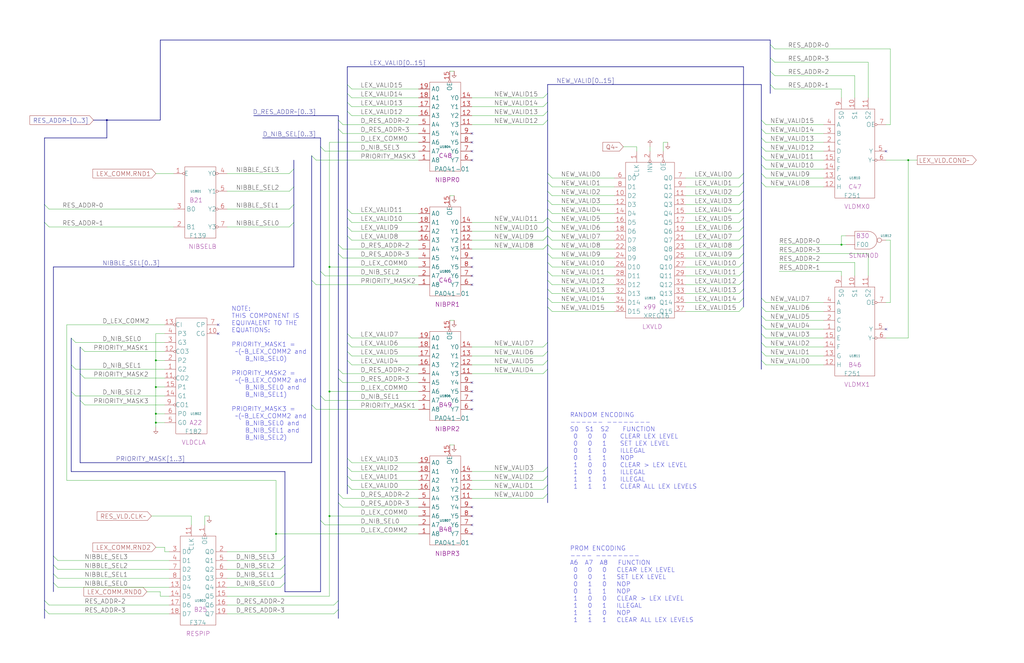
<source format=kicad_sch>
(kicad_sch (version 20211123) (generator eeschema)
  (paper "User" 584.2 378.46)
  (title_block (title "RESOLVE LEX VALID") (date "22-MAY-90") (rev "1.0") (comment 1 "SEQUENCER") (comment 2 "232-003064") (comment 3 "S400") (comment 4 "RELEASED"))
  (bus (pts (xy 144.78 66.04) (xy 193.04 66.04)))
  (bus (pts (xy 149.86 78.74) (xy 182.88 78.74)))
  (bus (pts (xy 162.56 269.24) (xy 162.56 317.5)))
  (bus (pts (xy 162.56 317.5) (xy 162.56 322.58)))
  (bus (pts (xy 162.56 322.58) (xy 162.56 327.66)))
  (bus (pts (xy 162.56 327.66) (xy 162.56 332.74)))
  (bus (pts (xy 162.56 332.74) (xy 162.56 337.82)))
  (bus (pts (xy 162.56 337.82) (xy 182.88 337.82)))
  (bus (pts (xy 167.64 106.68) (xy 167.64 116.84)))
  (bus (pts (xy 167.64 116.84) (xy 167.64 127)))
  (bus (pts (xy 167.64 127) (xy 167.64 152.4)))
  (bus (pts (xy 167.64 152.4) (xy 30.48 152.4)))
  (bus (pts (xy 167.64 91.44) (xy 167.64 96.52)))
  (bus (pts (xy 167.64 96.52) (xy 167.64 106.68)))
  (bus (pts (xy 177.8 160.02) (xy 177.8 231.14)))
  (bus (pts (xy 177.8 231.14) (xy 177.8 264.16)))
  (bus (pts (xy 177.8 88.9) (xy 177.8 160.02)))
  (bus (pts (xy 182.88 154.94) (xy 182.88 226.06)))
  (bus (pts (xy 182.88 226.06) (xy 182.88 297.18)))
  (bus (pts (xy 182.88 297.18) (xy 182.88 337.82)))
  (bus (pts (xy 182.88 78.74) (xy 182.88 83.82)))
  (bus (pts (xy 182.88 83.82) (xy 182.88 154.94)))
  (bus (pts (xy 193.04 139.7) (xy 193.04 144.78)))
  (bus (pts (xy 193.04 144.78) (xy 193.04 210.82)))
  (bus (pts (xy 193.04 210.82) (xy 193.04 215.9)))
  (bus (pts (xy 193.04 215.9) (xy 193.04 281.94)))
  (bus (pts (xy 193.04 281.94) (xy 193.04 287.02)))
  (bus (pts (xy 193.04 287.02) (xy 193.04 342.9)))
  (bus (pts (xy 193.04 342.9) (xy 193.04 347.98)))
  (bus (pts (xy 193.04 347.98) (xy 193.04 353.06)))
  (bus (pts (xy 193.04 66.04) (xy 193.04 68.58)))
  (bus (pts (xy 193.04 68.58) (xy 193.04 73.66)))
  (bus (pts (xy 193.04 73.66) (xy 193.04 139.7)))
  (bus (pts (xy 198.12 119.38) (xy 198.12 124.46)))
  (bus (pts (xy 198.12 124.46) (xy 198.12 129.54)))
  (bus (pts (xy 198.12 129.54) (xy 198.12 134.62)))
  (bus (pts (xy 198.12 134.62) (xy 198.12 190.5)))
  (bus (pts (xy 198.12 190.5) (xy 198.12 195.58)))
  (bus (pts (xy 198.12 195.58) (xy 198.12 200.66)))
  (bus (pts (xy 198.12 200.66) (xy 198.12 205.74)))
  (bus (pts (xy 198.12 205.74) (xy 198.12 261.62)))
  (bus (pts (xy 198.12 261.62) (xy 198.12 266.7)))
  (bus (pts (xy 198.12 266.7) (xy 198.12 271.78)))
  (bus (pts (xy 198.12 271.78) (xy 198.12 276.86)))
  (bus (pts (xy 198.12 276.86) (xy 198.12 281.94)))
  (bus (pts (xy 198.12 38.1) (xy 198.12 48.26)))
  (bus (pts (xy 198.12 38.1) (xy 424.18 38.1)))
  (bus (pts (xy 198.12 48.26) (xy 198.12 53.34)))
  (bus (pts (xy 198.12 53.34) (xy 198.12 58.42)))
  (bus (pts (xy 198.12 58.42) (xy 198.12 63.5)))
  (bus (pts (xy 198.12 63.5) (xy 198.12 119.38)))
  (bus (pts (xy 25.4 116.84) (xy 25.4 127)))
  (bus (pts (xy 25.4 127) (xy 25.4 342.9)))
  (bus (pts (xy 25.4 342.9) (xy 25.4 347.98)))
  (bus (pts (xy 25.4 347.98) (xy 25.4 353.06)))
  (bus (pts (xy 25.4 78.74) (xy 25.4 116.84)))
  (bus (pts (xy 30.48 152.4) (xy 30.48 317.5)))
  (bus (pts (xy 30.48 317.5) (xy 30.48 322.58)))
  (bus (pts (xy 30.48 322.58) (xy 30.48 327.66)))
  (bus (pts (xy 30.48 327.66) (xy 30.48 332.74)))
  (bus (pts (xy 30.48 332.74) (xy 30.48 337.82)))
  (bus (pts (xy 312.42 104.14) (xy 312.42 109.22)))
  (bus (pts (xy 312.42 109.22) (xy 312.42 114.3)))
  (bus (pts (xy 312.42 114.3) (xy 312.42 119.38)))
  (bus (pts (xy 312.42 119.38) (xy 312.42 124.46)))
  (bus (pts (xy 312.42 124.46) (xy 312.42 129.54)))
  (bus (pts (xy 312.42 129.54) (xy 312.42 134.62)))
  (bus (pts (xy 312.42 134.62) (xy 312.42 139.7)))
  (bus (pts (xy 312.42 139.7) (xy 312.42 144.78)))
  (bus (pts (xy 312.42 144.78) (xy 312.42 149.86)))
  (bus (pts (xy 312.42 149.86) (xy 312.42 154.94)))
  (bus (pts (xy 312.42 154.94) (xy 312.42 160.02)))
  (bus (pts (xy 312.42 160.02) (xy 312.42 165.1)))
  (bus (pts (xy 312.42 165.1) (xy 312.42 170.18)))
  (bus (pts (xy 312.42 170.18) (xy 312.42 175.26)))
  (bus (pts (xy 312.42 175.26) (xy 312.42 195.58)))
  (bus (pts (xy 312.42 195.58) (xy 312.42 200.66)))
  (bus (pts (xy 312.42 200.66) (xy 312.42 205.74)))
  (bus (pts (xy 312.42 205.74) (xy 312.42 210.82)))
  (bus (pts (xy 312.42 210.82) (xy 312.42 266.7)))
  (bus (pts (xy 312.42 266.7) (xy 312.42 271.78)))
  (bus (pts (xy 312.42 271.78) (xy 312.42 276.86)))
  (bus (pts (xy 312.42 276.86) (xy 312.42 281.94)))
  (bus (pts (xy 312.42 281.94) (xy 312.42 287.02)))
  (bus (pts (xy 312.42 48.26) (xy 312.42 53.34)))
  (bus (pts (xy 312.42 48.26) (xy 434.34 48.26)))
  (bus (pts (xy 312.42 53.34) (xy 312.42 58.42)))
  (bus (pts (xy 312.42 58.42) (xy 312.42 63.5)))
  (bus (pts (xy 312.42 63.5) (xy 312.42 68.58)))
  (bus (pts (xy 312.42 68.58) (xy 312.42 99.06)))
  (bus (pts (xy 312.42 99.06) (xy 312.42 104.14)))
  (bus (pts (xy 40.64 193.04) (xy 40.64 208.28)))
  (bus (pts (xy 40.64 208.28) (xy 40.64 223.52)))
  (bus (pts (xy 40.64 223.52) (xy 40.64 269.24)))
  (bus (pts (xy 40.64 269.24) (xy 162.56 269.24)))
  (bus (pts (xy 424.18 104.14) (xy 424.18 109.22)))
  (bus (pts (xy 424.18 109.22) (xy 424.18 114.3)))
  (bus (pts (xy 424.18 114.3) (xy 424.18 119.38)))
  (bus (pts (xy 424.18 119.38) (xy 424.18 124.46)))
  (bus (pts (xy 424.18 124.46) (xy 424.18 129.54)))
  (bus (pts (xy 424.18 129.54) (xy 424.18 134.62)))
  (bus (pts (xy 424.18 134.62) (xy 424.18 139.7)))
  (bus (pts (xy 424.18 139.7) (xy 424.18 144.78)))
  (bus (pts (xy 424.18 144.78) (xy 424.18 149.86)))
  (bus (pts (xy 424.18 149.86) (xy 424.18 154.94)))
  (bus (pts (xy 424.18 154.94) (xy 424.18 160.02)))
  (bus (pts (xy 424.18 160.02) (xy 424.18 165.1)))
  (bus (pts (xy 424.18 165.1) (xy 424.18 170.18)))
  (bus (pts (xy 424.18 170.18) (xy 424.18 175.26)))
  (bus (pts (xy 424.18 38.1) (xy 424.18 99.06)))
  (bus (pts (xy 424.18 99.06) (xy 424.18 104.14)))
  (bus (pts (xy 434.34 104.14) (xy 434.34 170.18)))
  (bus (pts (xy 434.34 170.18) (xy 434.34 175.26)))
  (bus (pts (xy 434.34 175.26) (xy 434.34 180.34)))
  (bus (pts (xy 434.34 180.34) (xy 434.34 185.42)))
  (bus (pts (xy 434.34 185.42) (xy 434.34 190.5)))
  (bus (pts (xy 434.34 190.5) (xy 434.34 195.58)))
  (bus (pts (xy 434.34 195.58) (xy 434.34 200.66)))
  (bus (pts (xy 434.34 200.66) (xy 434.34 205.74)))
  (bus (pts (xy 434.34 205.74) (xy 434.34 210.82)))
  (bus (pts (xy 434.34 48.26) (xy 434.34 68.58)))
  (bus (pts (xy 434.34 68.58) (xy 434.34 73.66)))
  (bus (pts (xy 434.34 73.66) (xy 434.34 78.74)))
  (bus (pts (xy 434.34 78.74) (xy 434.34 83.82)))
  (bus (pts (xy 434.34 83.82) (xy 434.34 88.9)))
  (bus (pts (xy 434.34 88.9) (xy 434.34 93.98)))
  (bus (pts (xy 434.34 93.98) (xy 434.34 99.06)))
  (bus (pts (xy 434.34 99.06) (xy 434.34 104.14)))
  (bus (pts (xy 439.42 22.86) (xy 439.42 25.4)))
  (bus (pts (xy 439.42 22.86) (xy 91.44 22.86)))
  (bus (pts (xy 439.42 25.4) (xy 439.42 33.02)))
  (bus (pts (xy 439.42 33.02) (xy 439.42 40.64)))
  (bus (pts (xy 439.42 40.64) (xy 439.42 48.26)))
  (bus (pts (xy 439.42 48.26) (xy 439.42 53.34)))
  (bus (pts (xy 45.72 198.12) (xy 45.72 213.36)))
  (bus (pts (xy 45.72 213.36) (xy 45.72 228.6)))
  (bus (pts (xy 45.72 228.6) (xy 45.72 264.16)))
  (bus (pts (xy 45.72 264.16) (xy 177.8 264.16)))
  (bus (pts (xy 53.34 68.58) (xy 60.96 68.58)))
  (bus (pts (xy 60.96 68.58) (xy 60.96 78.74)))
  (bus (pts (xy 60.96 78.74) (xy 25.4 78.74)))
  (bus (pts (xy 91.44 22.86) (xy 91.44 68.58)))
  (bus (pts (xy 91.44 68.58) (xy 60.96 68.58)))
  (wire (pts (xy 109.22 294.64) (xy 109.22 299.72)))
  (wire (pts (xy 116.84 294.64) (xy 116.84 299.72)))
  (wire (pts (xy 119.38 294.64) (xy 116.84 294.64)))
  (wire (pts (xy 129.54 109.22) (xy 165.1 109.22)))
  (wire (pts (xy 129.54 119.38) (xy 165.1 119.38)))
  (wire (pts (xy 129.54 129.54) (xy 165.1 129.54)))
  (wire (pts (xy 129.54 320.04) (xy 160.02 320.04)))
  (wire (pts (xy 129.54 325.12) (xy 160.02 325.12)))
  (wire (pts (xy 129.54 330.2) (xy 160.02 330.2)))
  (wire (pts (xy 129.54 335.28) (xy 160.02 335.28)))
  (wire (pts (xy 129.54 340.36) (xy 187.96 340.36)))
  (wire (pts (xy 129.54 345.44) (xy 190.5 345.44)))
  (wire (pts (xy 129.54 350.52) (xy 190.5 350.52)))
  (wire (pts (xy 129.54 99.06) (xy 165.1 99.06)))
  (wire (pts (xy 157.48 274.32) (xy 157.48 304.8)))
  (wire (pts (xy 157.48 304.8) (xy 157.48 314.96)))
  (wire (pts (xy 157.48 304.8) (xy 238.76 304.8)))
  (wire (pts (xy 157.48 314.96) (xy 129.54 314.96)))
  (wire (pts (xy 180.34 162.56) (xy 238.76 162.56)))
  (wire (pts (xy 180.34 233.68) (xy 238.76 233.68)))
  (wire (pts (xy 180.34 91.44) (xy 238.76 91.44)))
  (wire (pts (xy 185.42 157.48) (xy 238.76 157.48)))
  (wire (pts (xy 185.42 228.6) (xy 238.76 228.6)))
  (wire (pts (xy 185.42 299.72) (xy 238.76 299.72)))
  (wire (pts (xy 185.42 86.36) (xy 238.76 86.36)))
  (wire (pts (xy 187.96 152.4) (xy 187.96 223.52)))
  (wire (pts (xy 187.96 152.4) (xy 238.76 152.4)))
  (wire (pts (xy 187.96 223.52) (xy 187.96 294.64)))
  (wire (pts (xy 187.96 223.52) (xy 238.76 223.52)))
  (wire (pts (xy 187.96 294.64) (xy 238.76 294.64)))
  (wire (pts (xy 187.96 340.36) (xy 187.96 294.64)))
  (wire (pts (xy 187.96 81.28) (xy 187.96 152.4)))
  (wire (pts (xy 187.96 81.28) (xy 238.76 81.28)))
  (wire (pts (xy 195.58 142.24) (xy 238.76 142.24)))
  (wire (pts (xy 195.58 147.32) (xy 238.76 147.32)))
  (wire (pts (xy 195.58 213.36) (xy 238.76 213.36)))
  (wire (pts (xy 195.58 218.44) (xy 238.76 218.44)))
  (wire (pts (xy 195.58 284.48) (xy 238.76 284.48)))
  (wire (pts (xy 195.58 289.56) (xy 238.76 289.56)))
  (wire (pts (xy 195.58 71.12) (xy 238.76 71.12)))
  (wire (pts (xy 195.58 76.2) (xy 238.76 76.2)))
  (wire (pts (xy 200.66 121.92) (xy 238.76 121.92)))
  (wire (pts (xy 200.66 127) (xy 238.76 127)))
  (wire (pts (xy 200.66 132.08) (xy 238.76 132.08)))
  (wire (pts (xy 200.66 137.16) (xy 238.76 137.16)))
  (wire (pts (xy 200.66 193.04) (xy 238.76 193.04)))
  (wire (pts (xy 200.66 198.12) (xy 238.76 198.12)))
  (wire (pts (xy 200.66 203.2) (xy 238.76 203.2)))
  (wire (pts (xy 200.66 208.28) (xy 238.76 208.28)))
  (wire (pts (xy 200.66 264.16) (xy 238.76 264.16)))
  (wire (pts (xy 200.66 269.24) (xy 238.76 269.24)))
  (wire (pts (xy 200.66 274.32) (xy 238.76 274.32)))
  (wire (pts (xy 200.66 279.4) (xy 238.76 279.4)))
  (wire (pts (xy 200.66 50.8) (xy 238.76 50.8)))
  (wire (pts (xy 200.66 55.88) (xy 238.76 55.88)))
  (wire (pts (xy 200.66 60.96) (xy 238.76 60.96)))
  (wire (pts (xy 200.66 66.04) (xy 238.76 66.04)))
  (wire (pts (xy 256.54 111.76) (xy 259.08 111.76)))
  (wire (pts (xy 256.54 182.88) (xy 259.08 182.88)))
  (wire (pts (xy 256.54 254) (xy 259.08 254)))
  (wire (pts (xy 256.54 40.64) (xy 259.08 40.64)))
  (wire (pts (xy 269.24 127) (xy 309.88 127)))
  (wire (pts (xy 269.24 132.08) (xy 309.88 132.08)))
  (wire (pts (xy 269.24 137.16) (xy 309.88 137.16)))
  (wire (pts (xy 269.24 142.24) (xy 309.88 142.24)))
  (wire (pts (xy 269.24 198.12) (xy 309.88 198.12)))
  (wire (pts (xy 269.24 203.2) (xy 309.88 203.2)))
  (wire (pts (xy 269.24 208.28) (xy 309.88 208.28)))
  (wire (pts (xy 269.24 213.36) (xy 309.88 213.36)))
  (wire (pts (xy 269.24 269.24) (xy 309.88 269.24)))
  (wire (pts (xy 269.24 274.32) (xy 309.88 274.32)))
  (wire (pts (xy 269.24 279.4) (xy 309.88 279.4)))
  (wire (pts (xy 269.24 284.48) (xy 309.88 284.48)))
  (wire (pts (xy 269.24 55.88) (xy 309.88 55.88)))
  (wire (pts (xy 269.24 60.96) (xy 309.88 60.96)))
  (wire (pts (xy 269.24 66.04) (xy 309.88 66.04)))
  (wire (pts (xy 269.24 71.12) (xy 309.88 71.12)))
  (wire (pts (xy 27.94 119.38) (xy 99.06 119.38)))
  (wire (pts (xy 27.94 129.54) (xy 99.06 129.54)))
  (wire (pts (xy 27.94 345.44) (xy 96.52 345.44)))
  (wire (pts (xy 27.94 350.52) (xy 96.52 350.52)))
  (wire (pts (xy 314.96 101.6) (xy 350.52 101.6)))
  (wire (pts (xy 314.96 106.68) (xy 350.52 106.68)))
  (wire (pts (xy 314.96 111.76) (xy 350.52 111.76)))
  (wire (pts (xy 314.96 116.84) (xy 350.52 116.84)))
  (wire (pts (xy 314.96 121.92) (xy 350.52 121.92)))
  (wire (pts (xy 314.96 127) (xy 350.52 127)))
  (wire (pts (xy 314.96 132.08) (xy 350.52 132.08)))
  (wire (pts (xy 314.96 137.16) (xy 350.52 137.16)))
  (wire (pts (xy 314.96 142.24) (xy 350.52 142.24)))
  (wire (pts (xy 314.96 147.32) (xy 350.52 147.32)))
  (wire (pts (xy 314.96 152.4) (xy 350.52 152.4)))
  (wire (pts (xy 314.96 157.48) (xy 350.52 157.48)))
  (wire (pts (xy 314.96 162.56) (xy 350.52 162.56)))
  (wire (pts (xy 314.96 167.64) (xy 350.52 167.64)))
  (wire (pts (xy 314.96 172.72) (xy 350.52 172.72)))
  (wire (pts (xy 314.96 177.8) (xy 350.52 177.8)))
  (wire (pts (xy 33.02 320.04) (xy 96.52 320.04)))
  (wire (pts (xy 33.02 325.12) (xy 96.52 325.12)))
  (wire (pts (xy 33.02 330.2) (xy 96.52 330.2)))
  (wire (pts (xy 33.02 335.28) (xy 96.52 335.28)))
  (wire (pts (xy 355.6 83.82) (xy 363.22 83.82)))
  (wire (pts (xy 363.22 83.82) (xy 363.22 86.36)))
  (wire (pts (xy 370.84 83.82) (xy 370.84 86.36)))
  (wire (pts (xy 378.46 81.28) (xy 378.46 86.36)))
  (wire (pts (xy 38.1 185.42) (xy 38.1 274.32)))
  (wire (pts (xy 38.1 274.32) (xy 157.48 274.32)))
  (wire (pts (xy 381 81.28) (xy 378.46 81.28)))
  (wire (pts (xy 391.16 101.6) (xy 421.64 101.6)))
  (wire (pts (xy 391.16 106.68) (xy 421.64 106.68)))
  (wire (pts (xy 391.16 111.76) (xy 421.64 111.76)))
  (wire (pts (xy 391.16 116.84) (xy 421.64 116.84)))
  (wire (pts (xy 391.16 121.92) (xy 421.64 121.92)))
  (wire (pts (xy 391.16 127) (xy 421.64 127)))
  (wire (pts (xy 391.16 132.08) (xy 421.64 132.08)))
  (wire (pts (xy 391.16 137.16) (xy 421.64 137.16)))
  (wire (pts (xy 391.16 142.24) (xy 421.64 142.24)))
  (wire (pts (xy 391.16 147.32) (xy 421.64 147.32)))
  (wire (pts (xy 391.16 152.4) (xy 421.64 152.4)))
  (wire (pts (xy 391.16 157.48) (xy 421.64 157.48)))
  (wire (pts (xy 391.16 162.56) (xy 421.64 162.56)))
  (wire (pts (xy 391.16 167.64) (xy 421.64 167.64)))
  (wire (pts (xy 391.16 172.72) (xy 421.64 172.72)))
  (wire (pts (xy 391.16 177.8) (xy 421.64 177.8)))
  (wire (pts (xy 43.18 195.58) (xy 93.98 195.58)))
  (wire (pts (xy 43.18 210.82) (xy 93.98 210.82)))
  (wire (pts (xy 43.18 226.06) (xy 93.98 226.06)))
  (wire (pts (xy 436.88 101.6) (xy 469.9 101.6)))
  (wire (pts (xy 436.88 106.68) (xy 469.9 106.68)))
  (wire (pts (xy 436.88 172.72) (xy 469.9 172.72)))
  (wire (pts (xy 436.88 177.8) (xy 469.9 177.8)))
  (wire (pts (xy 436.88 182.88) (xy 469.9 182.88)))
  (wire (pts (xy 436.88 187.96) (xy 469.9 187.96)))
  (wire (pts (xy 436.88 193.04) (xy 469.9 193.04)))
  (wire (pts (xy 436.88 198.12) (xy 469.9 198.12)))
  (wire (pts (xy 436.88 203.2) (xy 469.9 203.2)))
  (wire (pts (xy 436.88 208.28) (xy 469.9 208.28)))
  (wire (pts (xy 436.88 71.12) (xy 469.9 71.12)))
  (wire (pts (xy 436.88 76.2) (xy 469.9 76.2)))
  (wire (pts (xy 436.88 81.28) (xy 469.9 81.28)))
  (wire (pts (xy 436.88 86.36) (xy 469.9 86.36)))
  (wire (pts (xy 436.88 91.44) (xy 469.9 91.44)))
  (wire (pts (xy 436.88 96.52) (xy 469.9 96.52)))
  (wire (pts (xy 441.96 27.94) (xy 508 27.94)))
  (wire (pts (xy 441.96 35.56) (xy 495.3 35.56)))
  (wire (pts (xy 441.96 43.18) (xy 487.68 43.18)))
  (wire (pts (xy 441.96 50.8) (xy 480.06 50.8)))
  (wire (pts (xy 444.5 139.7) (xy 480.06 139.7)))
  (wire (pts (xy 444.5 144.78) (xy 495.3 144.78)))
  (wire (pts (xy 444.5 149.86) (xy 487.68 149.86)))
  (wire (pts (xy 444.5 154.94) (xy 480.06 154.94)))
  (wire (pts (xy 48.26 200.66) (xy 93.98 200.66)))
  (wire (pts (xy 48.26 215.9) (xy 93.98 215.9)))
  (wire (pts (xy 48.26 231.14) (xy 93.98 231.14)))
  (wire (pts (xy 480.06 134.62) (xy 480.06 139.7)))
  (wire (pts (xy 480.06 134.62) (xy 482.6 134.62)))
  (wire (pts (xy 480.06 139.7) (xy 482.6 139.7)))
  (wire (pts (xy 480.06 154.94) (xy 480.06 157.48)))
  (wire (pts (xy 480.06 50.8) (xy 480.06 55.88)))
  (wire (pts (xy 487.68 149.86) (xy 487.68 157.48)))
  (wire (pts (xy 487.68 43.18) (xy 487.68 55.88)))
  (wire (pts (xy 495.3 144.78) (xy 495.3 157.48)))
  (wire (pts (xy 495.3 35.56) (xy 495.3 55.88)))
  (wire (pts (xy 505.46 137.16) (xy 508 137.16)))
  (wire (pts (xy 505.46 172.72) (xy 508 172.72)))
  (wire (pts (xy 505.46 193.04) (xy 518.16 193.04)))
  (wire (pts (xy 505.46 91.44) (xy 518.16 91.44)))
  (wire (pts (xy 508 137.16) (xy 508 172.72)))
  (wire (pts (xy 508 27.94) (xy 508 71.12)))
  (wire (pts (xy 508 71.12) (xy 505.46 71.12)))
  (wire (pts (xy 518.16 193.04) (xy 518.16 91.44)))
  (wire (pts (xy 518.16 91.44) (xy 523.24 91.44)))
  (wire (pts (xy 83.82 337.82) (xy 91.44 337.82)))
  (wire (pts (xy 86.36 294.64) (xy 109.22 294.64)))
  (wire (pts (xy 88.9 190.5) (xy 88.9 205.74)))
  (wire (pts (xy 88.9 205.74) (xy 88.9 220.98)))
  (wire (pts (xy 88.9 205.74) (xy 93.98 205.74)))
  (wire (pts (xy 88.9 220.98) (xy 88.9 236.22)))
  (wire (pts (xy 88.9 220.98) (xy 93.98 220.98)))
  (wire (pts (xy 88.9 236.22) (xy 88.9 241.3)))
  (wire (pts (xy 88.9 236.22) (xy 93.98 236.22)))
  (wire (pts (xy 88.9 241.3) (xy 88.9 243.84)))
  (wire (pts (xy 88.9 241.3) (xy 93.98 241.3)))
  (wire (pts (xy 88.9 312.42) (xy 93.98 312.42)))
  (wire (pts (xy 88.9 99.06) (xy 99.06 99.06)))
  (wire (pts (xy 91.44 337.82) (xy 91.44 340.36)))
  (wire (pts (xy 91.44 340.36) (xy 96.52 340.36)))
  (wire (pts (xy 93.98 185.42) (xy 38.1 185.42)))
  (wire (pts (xy 93.98 190.5) (xy 88.9 190.5)))
  (wire (pts (xy 93.98 312.42) (xy 93.98 314.96)))
  (wire (pts (xy 93.98 314.96) (xy 96.52 314.96)))
  (bus_entry (at 25.4 116.84) (size 2.54 2.54))
  (bus_entry (at 25.4 127) (size 2.54 2.54))
  (bus_entry (at 25.4 342.9) (size 2.54 2.54))
  (bus_entry (at 25.4 347.98) (size 2.54 2.54))
  (bus_entry (at 30.48 317.5) (size 2.54 2.54))
  (bus_entry (at 30.48 322.58) (size 2.54 2.54))
  (bus_entry (at 30.48 327.66) (size 2.54 2.54))
  (bus_entry (at 30.48 332.74) (size 2.54 2.54))
  (label "RES_ADDR~0" (at 35.56 119.38 0) (effects (font (size 2.54 2.54))))
  (label "RES_ADDR~1" (at 35.56 129.54 0) (effects (font (size 2.54 2.54))))
  (bus_entry (at 40.64 193.04) (size 2.54 2.54))
  (bus_entry (at 40.64 208.28) (size 2.54 2.54))
  (bus_entry (at 40.64 223.52) (size 2.54 2.54))
  (bus_entry (at 45.72 198.12) (size 2.54 2.54))
  (bus_entry (at 45.72 213.36) (size 2.54 2.54))
  (bus_entry (at 45.72 228.6) (size 2.54 2.54))
  (label "NIBBLE_SEL3" (at 48.26 320.04 0) (effects (font (size 2.54 2.54))))
  (label "NIBBLE_SEL2" (at 48.26 325.12 0) (effects (font (size 2.54 2.54))))
  (label "NIBBLE_SEL1" (at 48.26 330.2 0) (effects (font (size 2.54 2.54))))
  (label "NIBBLE_SEL0" (at 48.26 335.28 0) (effects (font (size 2.54 2.54))))
  (label "RES_ADDR~2" (at 48.26 345.44 0) (effects (font (size 2.54 2.54))))
  (label "RES_ADDR~3" (at 48.26 350.52 0) (effects (font (size 2.54 2.54))))
  (global_label "RES_ADDR~[0..3]" (shape input) (at 53.34 68.58 180) (effects (font (size 2.54 2.54))) (property "Intersheet References" "${INTERSHEET_REFS}" (at 17.0664 68.4213 0) (effects (font (size 2.54 2.54)) (justify right))))
  (label "PRIORITY_MASK1" (at 53.34 200.66 0) (effects (font (size 2.54 2.54))))
  (label "PRIORITY_MASK2" (at 53.34 215.9 0) (effects (font (size 2.54 2.54))))
  (label "PRIORITY_MASK3" (at 53.34 231.14 0) (effects (font (size 2.54 2.54))))
  (label "NIBBLE_SEL[0..3]" (at 58.42 152.4 0) (effects (font (size 2.54 2.54))))
  (label "D_LEX_COMM2" (at 58.42 185.42 0) (effects (font (size 2.54 2.54))))
  (label "D_NIB_SEL0" (at 58.42 195.58 0) (effects (font (size 2.54 2.54))))
  (label "D_NIB_SEL1" (at 58.42 210.82 0) (effects (font (size 2.54 2.54))))
  (label "D_NIB_SEL2" (at 58.42 226.06 0) (effects (font (size 2.54 2.54))))
  (junction (at 60.96 68.58))
  (label "PRIORITY_MASK[1..3]" (at 66.04 264.16 0) (effects (font (size 2.54 2.54))))
  (global_label "LEX_COMM.RND0" (shape input) (at 83.82 337.82 180) (effects (font (size 2.54 2.54))) (property "Intersheet References" "${INTERSHEET_REFS}" (at 47.9092 337.6613 0) (effects (font (size 2.54 2.54)) (justify right))))
  (global_label "RES_VLD.CLK~" (shape input) (at 86.36 294.64 180) (effects (font (size 2.54 2.54))) (property "Intersheet References" "${INTERSHEET_REFS}" (at 55.4083 294.4813 0) (effects (font (size 2.54 2.54)) (justify right))))
  (global_label "LEX_COMM.RND1" (shape input) (at 88.9 99.06 180) (effects (font (size 2.54 2.54))) (property "Intersheet References" "${INTERSHEET_REFS}" (at 52.9892 98.9013 0) (effects (font (size 2.54 2.54)) (justify right))))
  (junction (at 88.9 205.74))
  (junction (at 88.9 220.98))
  (junction (at 88.9 236.22))
  (junction (at 88.9 241.3))
  (symbol (lib_id "r1000:PD") (at 88.9 243.84 0) (unit 1) (in_bom no)
    (property "Reference" "#PWR01801" (effects hide))
    (property "Value" "PD" (effects hide))
  )
  (global_label "LEX_COMM.RND2" (shape input) (at 88.9 312.42 180) (effects (font (size 2.54 2.54))) (property "Intersheet References" "${INTERSHEET_REFS}" (at 52.9892 312.2613 0) (effects (font (size 2.54 2.54)) (justify right))))
  (symbol (lib_id "r1000:F139") (at 109.22 114.3 0) (unit 1)
    (property "Reference" "U1801" (at 111.76 109.22 0))
    (property "Value" "F139" (at 107.95 134.62 0) (effects (font (size 2.54 2.54)) (justify left)))
    (property "Location" "B21" (at 107.95 114.3 0) (effects (font (size 2.54 2.54)) (justify left)))
    (property "Name" "NIBSELB" (at 115.57 142.24 0) (effects (font (size 2.54 2.54)) (justify bottom)))
  )
  (symbol (lib_id "r1000:F182") (at 109.22 241.3 0) (unit 1)
    (property "Reference" "U1802" (at 111.76 236.22 0))
    (property "Value" "F182" (at 105.41 246.38 0) (effects (font (size 2.54 2.54)) (justify left)))
    (property "Location" "A22" (at 107.95 241.3 0) (effects (font (size 2.54 2.54)) (justify left)))
    (property "Name" "VLDCLA" (at 110.49 254 0) (effects (font (size 2.54 2.54)) (justify bottom)))
  )
  (symbol (lib_id "r1000:F374") (at 111.76 347.98 0) (unit 1)
    (property "Reference" "U1803" (at 114.3 342.9 0))
    (property "Value" "F374" (at 107.95 355.6 0) (effects (font (size 2.54 2.54)) (justify left)))
    (property "Location" "B25" (at 110.49 347.98 0) (effects (font (size 2.54 2.54)) (justify left)))
    (property "Name" "RESPIP" (at 113.03 363.22 0) (effects (font (size 2.54 2.54)) (justify bottom)))
  )
  (symbol (lib_id "r1000:PD") (at 119.38 294.64 0) (unit 1) (in_bom no)
    (property "Reference" "#PWR0131" (effects hide))
    (property "Value" "PD" (effects hide))
  )
  (no_connect (at 124.46 185.42))
  (no_connect (at 124.46 190.5))
  (text "NOTE:\nTHIS COMPONENT IS\nEQUIVALENT TO THE\nEQUATIONS:\n\nPRIORITY_MASK1 =\n ~(~B_LEX_COMM2 and\n    B_NIB_SEL0)\n\nPRIORITY_MASK2 =\n ~(~B_LEX_COMM2 and\n    B_NIB_SEL0 and\n    B_NIB_SEL1)\n\nPRIORITY_MASK3 =\n ~(~B_LEX_COMM2 and\n    B_NIB_SEL0 and\n    B_NIB_SEL1 and\n    B_NIB_SEL2)" (at 132.08 251.46 0) (effects (font (size 2.54 2.54)) (justify left bottom)))
  (label "NIBBLE_SEL3" (at 134.62 99.06 0) (effects (font (size 2.54 2.54))))
  (label "NIBBLE_SEL2" (at 134.62 109.22 0) (effects (font (size 2.54 2.54))))
  (label "NIBBLE_SEL1" (at 134.62 119.38 0) (effects (font (size 2.54 2.54))))
  (label "NIBBLE_SEL0" (at 134.62 129.54 0) (effects (font (size 2.54 2.54))))
  (label "D_NIB_SEL3" (at 134.62 320.04 0) (effects (font (size 2.54 2.54))))
  (label "D_NIB_SEL2" (at 134.62 325.12 0) (effects (font (size 2.54 2.54))))
  (label "D_NIB_SEL1" (at 134.62 330.2 0) (effects (font (size 2.54 2.54))))
  (label "D_NIB_SEL0" (at 134.62 335.28 0) (effects (font (size 2.54 2.54))))
  (label "D_RES_ADDR~2" (at 134.62 345.44 0) (effects (font (size 2.54 2.54))))
  (label "D_RES_ADDR~3" (at 134.62 350.52 0) (effects (font (size 2.54 2.54))))
  (junction (at 157.48 304.8))
  (bus_entry (at 162.56 317.5) (size -2.54 2.54))
  (bus_entry (at 162.56 322.58) (size -2.54 2.54))
  (bus_entry (at 162.56 327.66) (size -2.54 2.54))
  (bus_entry (at 162.56 332.74) (size -2.54 2.54))
  (bus_entry (at 167.64 96.52) (size -2.54 2.54))
  (bus_entry (at 167.64 106.68) (size -2.54 2.54))
  (bus_entry (at 167.64 116.84) (size -2.54 2.54))
  (bus_entry (at 167.64 127) (size -2.54 2.54))
  (bus_entry (at 177.8 88.9) (size 2.54 2.54))
  (bus_entry (at 177.8 160.02) (size 2.54 2.54))
  (bus_entry (at 177.8 231.14) (size 2.54 2.54))
  (label "D_RES_ADDR~[0..3]" (at 180.34 66.04 180) (effects (font (size 2.54 2.54))))
  (label "D_NIB_SEL[0..3]" (at 180.34 78.74 180) (effects (font (size 2.54 2.54))))
  (bus_entry (at 182.88 83.82) (size 2.54 2.54))
  (bus_entry (at 182.88 154.94) (size 2.54 2.54))
  (bus_entry (at 182.88 226.06) (size 2.54 2.54))
  (bus_entry (at 182.88 297.18) (size 2.54 2.54))
  (junction (at 187.96 152.4))
  (junction (at 187.96 223.52))
  (junction (at 187.96 294.64))
  (bus_entry (at 193.04 68.58) (size 2.54 2.54))
  (bus_entry (at 193.04 73.66) (size 2.54 2.54))
  (bus_entry (at 193.04 139.7) (size 2.54 2.54))
  (bus_entry (at 193.04 144.78) (size 2.54 2.54))
  (bus_entry (at 193.04 210.82) (size 2.54 2.54))
  (bus_entry (at 193.04 215.9) (size 2.54 2.54))
  (bus_entry (at 193.04 281.94) (size 2.54 2.54))
  (bus_entry (at 193.04 287.02) (size 2.54 2.54))
  (bus_entry (at 193.04 342.9) (size -2.54 2.54))
  (bus_entry (at 193.04 347.98) (size -2.54 2.54))
  (bus_entry (at 198.12 48.26) (size 2.54 2.54))
  (bus_entry (at 198.12 53.34) (size 2.54 2.54))
  (bus_entry (at 198.12 58.42) (size 2.54 2.54))
  (bus_entry (at 198.12 63.5) (size 2.54 2.54))
  (bus_entry (at 198.12 119.38) (size 2.54 2.54))
  (bus_entry (at 198.12 124.46) (size 2.54 2.54))
  (bus_entry (at 198.12 129.54) (size 2.54 2.54))
  (bus_entry (at 198.12 134.62) (size 2.54 2.54))
  (bus_entry (at 198.12 190.5) (size 2.54 2.54))
  (bus_entry (at 198.12 195.58) (size 2.54 2.54))
  (bus_entry (at 198.12 200.66) (size 2.54 2.54))
  (bus_entry (at 198.12 205.74) (size 2.54 2.54))
  (bus_entry (at 198.12 261.62) (size 2.54 2.54))
  (bus_entry (at 198.12 266.7) (size 2.54 2.54))
  (bus_entry (at 198.12 271.78) (size 2.54 2.54))
  (bus_entry (at 198.12 276.86) (size 2.54 2.54))
  (label "LEX_VALID15" (at 205.74 50.8 0) (effects (font (size 2.54 2.54))))
  (label "LEX_VALID14" (at 205.74 55.88 0) (effects (font (size 2.54 2.54))))
  (label "LEX_VALID13" (at 205.74 60.96 0) (effects (font (size 2.54 2.54))))
  (label "LEX_VALID12" (at 205.74 66.04 0) (effects (font (size 2.54 2.54))))
  (label "D_RES_ADDR~2" (at 205.74 71.12 0) (effects (font (size 2.54 2.54))))
  (label "D_RES_ADDR~3" (at 205.74 76.2 0) (effects (font (size 2.54 2.54))))
  (label "D_LEX_COMM0" (at 205.74 81.28 0) (effects (font (size 2.54 2.54))))
  (label "D_NIB_SEL3" (at 205.74 86.36 0) (effects (font (size 2.54 2.54))))
  (label "PRIORITY_MASK3" (at 205.74 91.44 0) (effects (font (size 2.54 2.54))))
  (label "LEX_VALID11" (at 205.74 121.92 0) (effects (font (size 2.54 2.54))))
  (label "LEX_VALID10" (at 205.74 127 0) (effects (font (size 2.54 2.54))))
  (label "LEX_VALID9" (at 205.74 132.08 0) (effects (font (size 2.54 2.54))))
  (label "LEX_VALID8" (at 205.74 137.16 0) (effects (font (size 2.54 2.54))))
  (label "D_RES_ADDR~2" (at 205.74 142.24 0) (effects (font (size 2.54 2.54))))
  (label "D_RES_ADDR~3" (at 205.74 147.32 0) (effects (font (size 2.54 2.54))))
  (label "D_LEX_COMM0" (at 205.74 152.4 0) (effects (font (size 2.54 2.54))))
  (label "D_NIB_SEL2" (at 205.74 157.48 0) (effects (font (size 2.54 2.54))))
  (label "PRIORITY_MASK2" (at 205.74 162.56 0) (effects (font (size 2.54 2.54))))
  (label "LEX_VALID7" (at 205.74 193.04 0) (effects (font (size 2.54 2.54))))
  (label "LEX_VALID6" (at 205.74 198.12 0) (effects (font (size 2.54 2.54))))
  (label "LEX_VALID5" (at 205.74 203.2 0) (effects (font (size 2.54 2.54))))
  (label "LEX_VALID4" (at 205.74 208.28 0) (effects (font (size 2.54 2.54))))
  (label "D_RES_ADDR~2" (at 205.74 213.36 0) (effects (font (size 2.54 2.54))))
  (label "D_RES_ADDR~3" (at 205.74 218.44 0) (effects (font (size 2.54 2.54))))
  (label "D_LEX_COMM0" (at 205.74 223.52 0) (effects (font (size 2.54 2.54))))
  (label "D_NIB_SEL1" (at 205.74 228.6 0) (effects (font (size 2.54 2.54))))
  (label "PRIORITY_MASK1" (at 205.74 233.68 0) (effects (font (size 2.54 2.54))))
  (label "LEX_VALID3" (at 205.74 264.16 0) (effects (font (size 2.54 2.54))))
  (label "LEX_VALID2" (at 205.74 269.24 0) (effects (font (size 2.54 2.54))))
  (label "LEX_VALID1" (at 205.74 274.32 0) (effects (font (size 2.54 2.54))))
  (label "LEX_VALID0" (at 205.74 279.4 0) (effects (font (size 2.54 2.54))))
  (label "D_RES_ADDR~2" (at 205.74 284.48 0) (effects (font (size 2.54 2.54))))
  (label "D_RES_ADDR~3" (at 205.74 289.56 0) (effects (font (size 2.54 2.54))))
  (label "D_LEX_COMM0" (at 205.74 294.64 0) (effects (font (size 2.54 2.54))))
  (label "D_NIB_SEL0" (at 205.74 299.72 0) (effects (font (size 2.54 2.54))))
  (label "D_LEX_COMM2" (at 205.74 304.8 0) (effects (font (size 2.54 2.54))))
  (label "LEX_VALID[0..15]" (at 210.82 38.1 0) (effects (font (size 2.54 2.54))))
  (symbol (lib_id "r1000:PAxxx") (at 251.46 88.9 0) (unit 1)
    (property "Reference" "U1804" (at 254 83.82 0))
    (property "Value" "PA041-01" (at 247.65 96.52 0) (effects (font (size 2.54 2.54)) (justify left)))
    (property "Location" "C48" (at 250.19 88.9 0) (effects (font (size 2.54 2.54)) (justify left)))
    (property "Name" "NIBPR0" (at 255.27 104.14 0) (effects (font (size 2.54 2.54)) (justify bottom)))
  )
  (symbol (lib_id "r1000:PAxxx") (at 251.46 160.02 0) (unit 1)
    (property "Reference" "U1805" (at 254 154.94 0))
    (property "Value" "PA041-01" (at 247.65 167.64 0) (effects (font (size 2.54 2.54)) (justify left)))
    (property "Location" "C46" (at 250.19 160.02 0) (effects (font (size 2.54 2.54)) (justify left)))
    (property "Name" "NIBPR1" (at 255.27 175.26 0) (effects (font (size 2.54 2.54)) (justify bottom)))
  )
  (symbol (lib_id "r1000:PAxxx") (at 251.46 231.14 0) (unit 1)
    (property "Reference" "U1806" (at 254 226.06 0))
    (property "Value" "PA041-01" (at 247.65 238.76 0) (effects (font (size 2.54 2.54)) (justify left)))
    (property "Location" "B49" (at 250.19 231.14 0) (effects (font (size 2.54 2.54)) (justify left)))
    (property "Name" "NIBPR2" (at 255.27 246.38 0) (effects (font (size 2.54 2.54)) (justify bottom)))
  )
  (symbol (lib_id "r1000:PAxxx") (at 251.46 302.26 0) (unit 1)
    (property "Reference" "U1807" (at 254 297.18 0))
    (property "Value" "PA041-01" (at 247.65 309.88 0) (effects (font (size 2.54 2.54)) (justify left)))
    (property "Location" "B48" (at 250.19 302.26 0) (effects (font (size 2.54 2.54)) (justify left)))
    (property "Name" "NIBPR3" (at 255.27 317.5 0) (effects (font (size 2.54 2.54)) (justify bottom)))
  )
  (symbol (lib_id "r1000:PD") (at 259.08 40.64 0) (unit 1) (in_bom no)
    (property "Reference" "#PWR0129" (effects hide))
    (property "Value" "PD" (effects hide))
  )
  (symbol (lib_id "r1000:PD") (at 259.08 111.76 0) (unit 1) (in_bom no)
    (property "Reference" "#PWR0133" (effects hide))
    (property "Value" "PD" (effects hide))
  )
  (symbol (lib_id "r1000:PD") (at 259.08 182.88 0) (unit 1) (in_bom no)
    (property "Reference" "#PWR0130" (effects hide))
    (property "Value" "PD" (effects hide))
  )
  (symbol (lib_id "r1000:PD") (at 259.08 254 0) (unit 1) (in_bom no)
    (property "Reference" "#PWR0132" (effects hide))
    (property "Value" "PD" (effects hide))
  )
  (no_connect (at 269.24 76.2))
  (no_connect (at 269.24 81.28))
  (no_connect (at 269.24 86.36))
  (no_connect (at 269.24 91.44))
  (no_connect (at 269.24 147.32))
  (no_connect (at 269.24 152.4))
  (no_connect (at 269.24 157.48))
  (no_connect (at 269.24 162.56))
  (no_connect (at 269.24 218.44))
  (no_connect (at 269.24 223.52))
  (no_connect (at 269.24 228.6))
  (no_connect (at 269.24 233.68))
  (no_connect (at 269.24 289.56))
  (no_connect (at 269.24 294.64))
  (no_connect (at 269.24 299.72))
  (no_connect (at 269.24 304.8))
  (label "NEW_VALID15" (at 281.94 55.88 0) (effects (font (size 2.54 2.54))))
  (label "NEW_VALID14" (at 281.94 60.96 0) (effects (font (size 2.54 2.54))))
  (label "NEW_VALID13" (at 281.94 66.04 0) (effects (font (size 2.54 2.54))))
  (label "NEW_VALID12" (at 281.94 71.12 0) (effects (font (size 2.54 2.54))))
  (label "NEW_VALID11" (at 281.94 127 0) (effects (font (size 2.54 2.54))))
  (label "NEW_VALID10" (at 281.94 132.08 0) (effects (font (size 2.54 2.54))))
  (label "NEW_VALID9" (at 281.94 137.16 0) (effects (font (size 2.54 2.54))))
  (label "NEW_VALID8" (at 281.94 142.24 0) (effects (font (size 2.54 2.54))))
  (label "NEW_VALID7" (at 281.94 198.12 0) (effects (font (size 2.54 2.54))))
  (label "NEW_VALID6" (at 281.94 203.2 0) (effects (font (size 2.54 2.54))))
  (label "NEW_VALID5" (at 281.94 208.28 0) (effects (font (size 2.54 2.54))))
  (label "NEW_VALID4" (at 281.94 213.36 0) (effects (font (size 2.54 2.54))))
  (label "NEW_VALID3" (at 281.94 269.24 0) (effects (font (size 2.54 2.54))))
  (label "NEW_VALID2" (at 281.94 274.32 0) (effects (font (size 2.54 2.54))))
  (label "NEW_VALID1" (at 281.94 279.4 0) (effects (font (size 2.54 2.54))))
  (label "NEW_VALID0" (at 281.94 284.48 0) (effects (font (size 2.54 2.54))))
  (bus_entry (at 312.42 53.34) (size -2.54 2.54))
  (bus_entry (at 312.42 58.42) (size -2.54 2.54))
  (bus_entry (at 312.42 63.5) (size -2.54 2.54))
  (bus_entry (at 312.42 68.58) (size -2.54 2.54))
  (bus_entry (at 312.42 99.06) (size 2.54 2.54))
  (bus_entry (at 312.42 104.14) (size 2.54 2.54))
  (bus_entry (at 312.42 109.22) (size 2.54 2.54))
  (bus_entry (at 312.42 114.3) (size 2.54 2.54))
  (bus_entry (at 312.42 119.38) (size 2.54 2.54))
  (bus_entry (at 312.42 124.46) (size -2.54 2.54))
  (bus_entry (at 312.42 124.46) (size 2.54 2.54))
  (bus_entry (at 312.42 129.54) (size -2.54 2.54))
  (bus_entry (at 312.42 129.54) (size 2.54 2.54))
  (bus_entry (at 312.42 134.62) (size -2.54 2.54))
  (bus_entry (at 312.42 134.62) (size 2.54 2.54))
  (bus_entry (at 312.42 139.7) (size -2.54 2.54))
  (bus_entry (at 312.42 139.7) (size 2.54 2.54))
  (bus_entry (at 312.42 144.78) (size 2.54 2.54))
  (bus_entry (at 312.42 149.86) (size 2.54 2.54))
  (bus_entry (at 312.42 154.94) (size 2.54 2.54))
  (bus_entry (at 312.42 160.02) (size 2.54 2.54))
  (bus_entry (at 312.42 165.1) (size 2.54 2.54))
  (bus_entry (at 312.42 170.18) (size 2.54 2.54))
  (bus_entry (at 312.42 175.26) (size 2.54 2.54))
  (bus_entry (at 312.42 195.58) (size -2.54 2.54))
  (bus_entry (at 312.42 200.66) (size -2.54 2.54))
  (bus_entry (at 312.42 205.74) (size -2.54 2.54))
  (bus_entry (at 312.42 210.82) (size -2.54 2.54))
  (bus_entry (at 312.42 266.7) (size -2.54 2.54))
  (bus_entry (at 312.42 271.78) (size -2.54 2.54))
  (bus_entry (at 312.42 276.86) (size -2.54 2.54))
  (bus_entry (at 312.42 281.94) (size -2.54 2.54))
  (label "NEW_VALID[0..15]" (at 317.5 48.26 0) (effects (font (size 2.54 2.54))))
  (label "NEW_VALID0" (at 320.04 101.6 0) (effects (font (size 2.54 2.54))))
  (label "NEW_VALID1" (at 320.04 106.68 0) (effects (font (size 2.54 2.54))))
  (label "NEW_VALID2" (at 320.04 111.76 0) (effects (font (size 2.54 2.54))))
  (label "NEW_VALID3" (at 320.04 116.84 0) (effects (font (size 2.54 2.54))))
  (label "NEW_VALID4" (at 320.04 121.92 0) (effects (font (size 2.54 2.54))))
  (label "NEW_VALID5" (at 320.04 127 0) (effects (font (size 2.54 2.54))))
  (label "NEW_VALID6" (at 320.04 132.08 0) (effects (font (size 2.54 2.54))))
  (label "NEW_VALID7" (at 320.04 137.16 0) (effects (font (size 2.54 2.54))))
  (label "NEW_VALID8" (at 320.04 142.24 0) (effects (font (size 2.54 2.54))))
  (label "NEW_VALID9" (at 320.04 147.32 0) (effects (font (size 2.54 2.54))))
  (label "NEW_VALID10" (at 320.04 152.4 0) (effects (font (size 2.54 2.54))))
  (label "NEW_VALID11" (at 320.04 157.48 0) (effects (font (size 2.54 2.54))))
  (label "NEW_VALID12" (at 320.04 162.56 0) (effects (font (size 2.54 2.54))))
  (label "NEW_VALID13" (at 320.04 167.64 0) (effects (font (size 2.54 2.54))))
  (label "NEW_VALID14" (at 320.04 172.72 0) (effects (font (size 2.54 2.54))))
  (label "NEW_VALID15" (at 320.04 177.8 0) (effects (font (size 2.54 2.54))))
  (text "RANDOM ENCODING\n------ --------\nS0  S1  S2    FUNCTION\n 0   0   0    CLEAR LEX LEVEL\n 0   0   1    SET LEX LEVEL\n 0   1   0    ILLEGAL\n 0   1   1    NOP\n 1   0   0    CLEAR > LEX LEVEL\n 1   0   1    ILLEGAL\n 1   1   0    ILLEGAL\n 1   1   1    CLEAR ALL LEX LEVELS\n" (at 325.12 279.4 0) (effects (font (size 2.54 2.54)) (justify left bottom)))
  (text "PROM ENCODING\n---- --------\nA6  A7  A8   FUNCTION\n 0   0   0   CLEAR LEX LEVEL\n 0   0   1   SET LEX LEVEL\n 0   1   0   NOP\n 0   1   1   NOP\n 1   0   0   CLEAR > LEX LEVEL\n 1   0   1   ILLEGAL\n 1   1   0   NOP\n 1   1   1   CLEAR ALL LEX LEVELS" (at 325.12 355.6 0) (effects (font (size 2.54 2.54)) (justify left bottom)))
  (global_label "Q4~" (shape input) (at 355.6 83.82 180) (effects (font (size 2.54 2.54))) (property "Intersheet References" "${INTERSHEET_REFS}" (at 343.8797 83.6613 0) (effects (font (size 2.54 2.54)) (justify right))))
  (symbol (lib_id "r1000:XREG16") (at 368.3 175.26 0) (unit 1)
    (property "Reference" "U1813" (at 370.84 170.18 0))
    (property "Value" "XREG16" (at 367.03 180.34 0) (effects (font (size 2.54 2.54)) (justify left)))
    (property "Location" "x99" (at 367.03 175.26 0) (effects (font (size 2.54 2.54)) (justify left)))
    (property "Name" "LXVLD" (at 372.11 187.96 0) (effects (font (size 2.54 2.54)) (justify bottom)))
  )
  (symbol (lib_id "r1000:PU") (at 370.84 83.82 0) (unit 1)
    (property "Reference" "#PWR0101" (effects hide))
    (property "Value" "PU" (effects hide))
  )
  (symbol (lib_id "r1000:PD") (at 381 81.28 0) (unit 1) (in_bom no)
    (property "Reference" "#PWR0140" (effects hide))
    (property "Value" "PD" (effects hide))
  )
  (label "LEX_VALID0" (at 396.24 101.6 0) (effects (font (size 2.54 2.54))))
  (label "LEX_VALID1" (at 396.24 106.68 0) (effects (font (size 2.54 2.54))))
  (label "LEX_VALID2" (at 396.24 111.76 0) (effects (font (size 2.54 2.54))))
  (label "LEX_VALID3" (at 396.24 116.84 0) (effects (font (size 2.54 2.54))))
  (label "LEX_VALID4" (at 396.24 121.92 0) (effects (font (size 2.54 2.54))))
  (label "LEX_VALID5" (at 396.24 127 0) (effects (font (size 2.54 2.54))))
  (label "LEX_VALID6" (at 396.24 132.08 0) (effects (font (size 2.54 2.54))))
  (label "LEX_VALID7" (at 396.24 137.16 0) (effects (font (size 2.54 2.54))))
  (label "LEX_VALID8" (at 396.24 142.24 0) (effects (font (size 2.54 2.54))))
  (label "LEX_VALID9" (at 396.24 147.32 0) (effects (font (size 2.54 2.54))))
  (label "LEX_VALID10" (at 396.24 152.4 0) (effects (font (size 2.54 2.54))))
  (label "LEX_VALID11" (at 396.24 157.48 0) (effects (font (size 2.54 2.54))))
  (label "LEX_VALID12" (at 396.24 162.56 0) (effects (font (size 2.54 2.54))))
  (label "LEX_VALID13" (at 396.24 167.64 0) (effects (font (size 2.54 2.54))))
  (label "LEX_VALID14" (at 396.24 172.72 0) (effects (font (size 2.54 2.54))))
  (label "LEX_VALID15" (at 396.24 177.8 0) (effects (font (size 2.54 2.54))))
  (bus_entry (at 424.18 99.06) (size -2.54 2.54))
  (bus_entry (at 424.18 104.14) (size -2.54 2.54))
  (bus_entry (at 424.18 109.22) (size -2.54 2.54))
  (bus_entry (at 424.18 114.3) (size -2.54 2.54))
  (bus_entry (at 424.18 119.38) (size -2.54 2.54))
  (bus_entry (at 424.18 124.46) (size -2.54 2.54))
  (bus_entry (at 424.18 129.54) (size -2.54 2.54))
  (bus_entry (at 424.18 134.62) (size -2.54 2.54))
  (bus_entry (at 424.18 139.7) (size -2.54 2.54))
  (bus_entry (at 424.18 144.78) (size -2.54 2.54))
  (bus_entry (at 424.18 149.86) (size -2.54 2.54))
  (bus_entry (at 424.18 154.94) (size -2.54 2.54))
  (bus_entry (at 424.18 160.02) (size -2.54 2.54))
  (bus_entry (at 424.18 165.1) (size -2.54 2.54))
  (bus_entry (at 424.18 170.18) (size -2.54 2.54))
  (bus_entry (at 424.18 175.26) (size -2.54 2.54))
  (bus_entry (at 434.34 68.58) (size 2.54 2.54))
  (bus_entry (at 434.34 73.66) (size 2.54 2.54))
  (bus_entry (at 434.34 78.74) (size 2.54 2.54))
  (bus_entry (at 434.34 83.82) (size 2.54 2.54))
  (bus_entry (at 434.34 88.9) (size 2.54 2.54))
  (bus_entry (at 434.34 93.98) (size 2.54 2.54))
  (bus_entry (at 434.34 99.06) (size 2.54 2.54))
  (bus_entry (at 434.34 104.14) (size 2.54 2.54))
  (bus_entry (at 434.34 170.18) (size 2.54 2.54))
  (bus_entry (at 434.34 175.26) (size 2.54 2.54))
  (bus_entry (at 434.34 180.34) (size 2.54 2.54))
  (bus_entry (at 434.34 185.42) (size 2.54 2.54))
  (bus_entry (at 434.34 190.5) (size 2.54 2.54))
  (bus_entry (at 434.34 195.58) (size 2.54 2.54))
  (bus_entry (at 434.34 200.66) (size 2.54 2.54))
  (bus_entry (at 434.34 205.74) (size 2.54 2.54))
  (bus_entry (at 439.42 25.4) (size 2.54 2.54))
  (bus_entry (at 439.42 33.02) (size 2.54 2.54))
  (bus_entry (at 439.42 40.64) (size 2.54 2.54))
  (bus_entry (at 439.42 48.26) (size 2.54 2.54))
  (label "NEW_VALID15" (at 439.42 71.12 0) (effects (font (size 2.54 2.54))))
  (label "NEW_VALID14" (at 439.42 76.2 0) (effects (font (size 2.54 2.54))))
  (label "NEW_VALID13" (at 439.42 81.28 0) (effects (font (size 2.54 2.54))))
  (label "NEW_VALID12" (at 439.42 86.36 0) (effects (font (size 2.54 2.54))))
  (label "NEW_VALID11" (at 439.42 91.44 0) (effects (font (size 2.54 2.54))))
  (label "NEW_VALID10" (at 439.42 96.52 0) (effects (font (size 2.54 2.54))))
  (label "NEW_VALID9" (at 439.42 101.6 0) (effects (font (size 2.54 2.54))))
  (label "NEW_VALID8" (at 439.42 106.68 0) (effects (font (size 2.54 2.54))))
  (label "NEW_VALID7" (at 439.42 172.72 0) (effects (font (size 2.54 2.54))))
  (label "NEW_VALID6" (at 439.42 177.8 0) (effects (font (size 2.54 2.54))))
  (label "NEW_VALID5" (at 439.42 182.88 0) (effects (font (size 2.54 2.54))))
  (label "NEW_VALID4" (at 439.42 187.96 0) (effects (font (size 2.54 2.54))))
  (label "NEW_VALID3" (at 439.42 193.04 0) (effects (font (size 2.54 2.54))))
  (label "NEW_VALID2" (at 439.42 198.12 0) (effects (font (size 2.54 2.54))))
  (label "NEW_VALID1" (at 439.42 203.2 0) (effects (font (size 2.54 2.54))))
  (label "NEW_VALID0" (at 439.42 208.28 0) (effects (font (size 2.54 2.54))))
  (label "RES_ADDR~0" (at 444.5 139.7 0) (effects (font (size 2.54 2.54))))
  (label "RES_ADDR~3" (at 444.5 144.78 0) (effects (font (size 2.54 2.54))))
  (label "RES_ADDR~2" (at 444.5 149.86 0) (effects (font (size 2.54 2.54))))
  (label "RES_ADDR~1" (at 444.5 154.94 0) (effects (font (size 2.54 2.54))))
  (label "RES_ADDR~0" (at 449.58 27.94 0) (effects (font (size 2.54 2.54))))
  (label "RES_ADDR~3" (at 449.58 35.56 0) (effects (font (size 2.54 2.54))))
  (label "RES_ADDR~2" (at 449.58 43.18 0) (effects (font (size 2.54 2.54))))
  (label "RES_ADDR~1" (at 449.58 50.8 0) (effects (font (size 2.54 2.54))))
  (junction (at 480.06 139.7))
  (symbol (lib_id "r1000:F251") (at 485.14 106.68 0) (unit 1)
    (property "Reference" "U1810" (at 487.68 101.6 0))
    (property "Value" "F251" (at 481.33 111.76 0) (effects (font (size 2.54 2.54)) (justify left)))
    (property "Location" "C47" (at 483.87 106.68 0) (effects (font (size 2.54 2.54)) (justify left)))
    (property "Name" "VLDMX0" (at 488.95 119.38 0) (effects (font (size 2.54 2.54)) (justify bottom)))
  )
  (symbol (lib_id "r1000:F251") (at 485.14 208.28 0) (unit 1)
    (property "Reference" "U1811" (at 487.68 203.2 0))
    (property "Value" "F251" (at 481.33 213.36 0) (effects (font (size 2.54 2.54)) (justify left)))
    (property "Location" "B46" (at 483.87 208.28 0) (effects (font (size 2.54 2.54)) (justify left)))
    (property "Name" "VLDMX1" (at 488.95 220.98 0) (effects (font (size 2.54 2.54)) (justify bottom)))
  )
  (symbol (lib_id "r1000:F00") (at 490.22 134.62 0) (unit 1)
    (property "Reference" "U1812" (at 505.46 134.62 0))
    (property "Value" "F00" (at 492.125 139.7 0) (effects (font (size 2.54 2.54))))
    (property "Location" "B30" (at 492.125 134.62 0) (effects (font (size 2.54 2.54))))
    (property "Name" "SLNAN0D" (at 492.76 147.32 0) (effects (font (size 2.54 2.54)) (justify bottom)))
  )
  (no_connect (at 505.46 86.36))
  (no_connect (at 505.46 187.96))
  (junction (at 518.16 91.44))
  (global_label "LEX_VLD.COND~" (shape output) (at 523.24 91.44 0) (effects (font (size 2.54 2.54))) (property "Intersheet References" "${INTERSHEET_REFS}" (at 556.9736 91.2813 0) (effects (font (size 2.54 2.54)) (justify left))))
)
</source>
